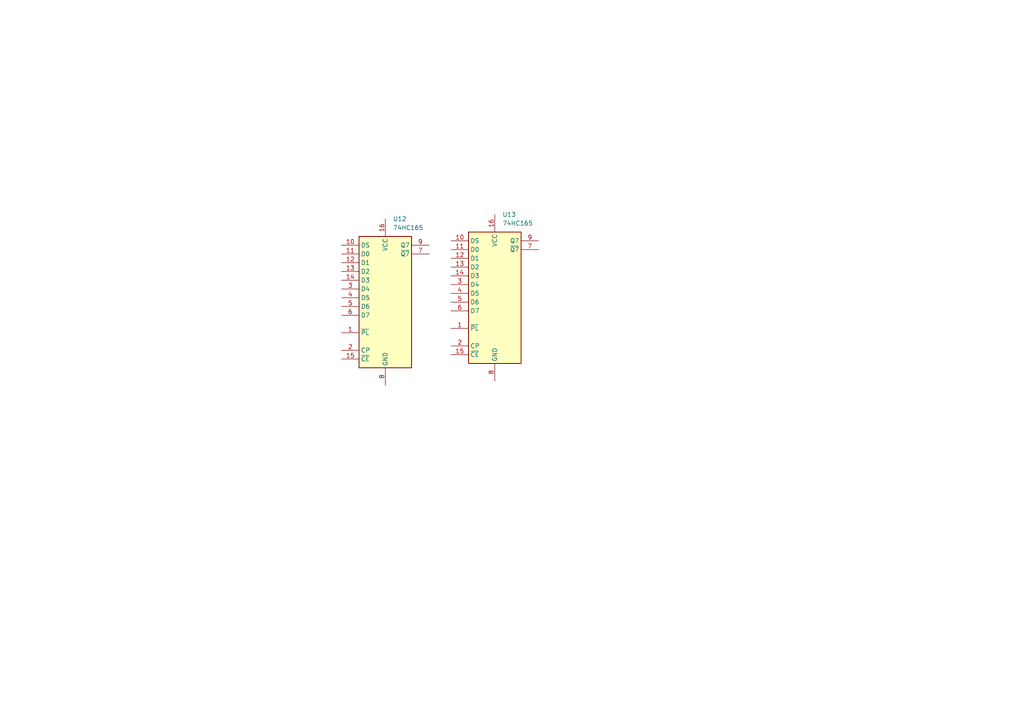
<source format=kicad_sch>
(kicad_sch (version 20231120) (generator "eeschema") (generator_version "8.0")
  (paper "A4")
  (lib_symbols
    (symbol "74xx:74HC165"
      (property "Reference" "U" (at -7.62 19.05 0))
      (property "Value" "74HC165" (at -7.62 -21.59 0))
      (symbol "74HC165_1_0"
        (pin input line (at -12.7 -10.16 0) (length 5.08) (name "~{PL}") (number "1"))
        (pin input line (at -12.7 15.24 0) (length 5.08) (name "DS") (number "10"))
        (pin input line (at -12.7 12.7 0) (length 5.08) (name "D0") (number "11"))
        (pin input line (at -12.7 10.16 0) (length 5.08) (name "D1") (number "12"))
        (pin input line (at -12.7 7.62 0) (length 5.08) (name "D2") (number "13"))
        (pin input line (at -12.7 5.08 0) (length 5.08) (name "D3") (number "14"))
        (pin input line (at -12.7 -17.78 0) (length 5.08) (name "~{CE}") (number "15"))
        (pin power_in line (at 0 22.86 270) (length 5.08) (name "VCC") (number "16"))
        (pin input line (at -12.7 -15.24 0) (length 5.08) (name "CP") (number "2"))
        (pin input line (at -12.7 2.54 0) (length 5.08) (name "D4") (number "3"))
        (pin input line (at -12.7 0 0) (length 5.08) (name "D5") (number "4"))
        (pin input line (at -12.7 -2.54 0) (length 5.08) (name "D6") (number "5"))
        (pin input line (at -12.7 -5.08 0) (length 5.08) (name "D7") (number "6"))
        (pin output line (at 12.7 12.7 180) (length 5.08) (name "~{Q7}") (number "7"))
        (pin power_in line (at 0 -25.4 90) (length 5.08) (name "GND") (number "8"))
        (pin output line (at 12.7 15.24 180) (length 5.08) (name "Q7") (number "9"))
      )
      (symbol "74HC165_1_1"
        (rectangle (start -7.62 17.78) (end 7.62 -20.32) (stroke (width 0.254)) (fill (type background)))
      )
    )
  )
  (symbol (lib_id "74xx:74HC165") (at 111.76 86.36 0) (unit 1)
    (property "Reference" "U12" (at 113.9541 63.5 0) (effects (justify left)))
    (property "Value" "74HC165" (at 113.9541 66.04 0) (effects (justify left)))
    (property "Datasheet" "https://assets.nexperia.com/documents/data-sheet/74HC_HCT165.pdf" (effects (hide yes)))
    (property "Description" "Shift Register, 8-bit, Parallel Load" (effects (hide yes)))
    (property "Digikey" "1727-6032-2-ND" (effects (hide yes)))
  )
  (symbol (lib_id "74xx:74HC165") (at 143.51 85.09 0) (unit 1)
    (property "Reference" "U13" (at 145.7041 62.23 0) (effects (justify left)))
    (property "Value" "74HC165" (at 145.7041 64.77 0) (effects (justify left)))
    (property "Datasheet" "https://assets.nexperia.com/documents/data-sheet/74HC_HCT165.pdf" (effects (hide yes)))
    (property "Description" "Shift Register, 8-bit, Parallel Load" (effects (hide yes)))
    (property "Digikey" "1727-6032-2-ND" (effects (hide yes)))
  )
)
</source>
